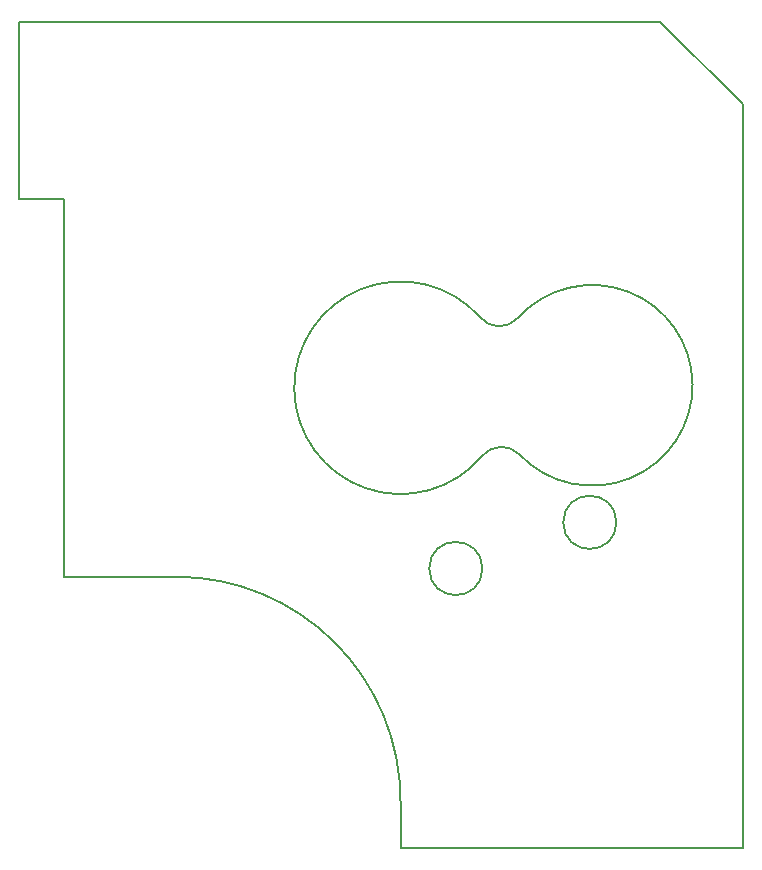
<source format=gbr>
G04 #@! TF.GenerationSoftware,KiCad,Pcbnew,5.1.6+dfsg1-1~bpo10+1*
G04 #@! TF.CreationDate,2021-06-19T16:41:40-04:00*
G04 #@! TF.ProjectId,RUSP_Daughterboard,52555350-5f44-4617-9567-68746572626f,rev?*
G04 #@! TF.SameCoordinates,Original*
G04 #@! TF.FileFunction,Profile,NP*
%FSLAX46Y46*%
G04 Gerber Fmt 4.6, Leading zero omitted, Abs format (unit mm)*
G04 Created by KiCad (PCBNEW 5.1.6+dfsg1-1~bpo10+1) date 2021-06-19 16:41:40*
%MOMM*%
%LPD*%
G01*
G04 APERTURE LIST*
G04 #@! TA.AperFunction,Profile*
%ADD10C,0.150000*%
G04 #@! TD*
G04 APERTURE END LIST*
D10*
X156921398Y-105755656D02*
G75*
G02*
X160065880Y-105651267I1618602J-1344344D01*
G01*
X160068323Y-105648946D02*
G75*
G03*
X159926065Y-94096483I6158677J5852946D01*
G01*
X159926065Y-94096483D02*
G75*
G02*
X156695000Y-93985000I-1569065J1402483D01*
G01*
X156920114Y-105754588D02*
G75*
G02*
X156695000Y-93985000I-6920114J5754588D01*
G01*
X168274000Y-111394000D02*
G75*
G03*
X168274000Y-111394000I-2250000J0D01*
G01*
X156928000Y-115301000D02*
G75*
G03*
X156928000Y-115301000I-2250000J0D01*
G01*
X131000000Y-116000000D02*
G75*
G02*
X150000000Y-135000000I0J-19000000D01*
G01*
X150000000Y-139000000D02*
X150000000Y-135000000D01*
X121500000Y-116000000D02*
X131000000Y-116000000D01*
X179000000Y-139000000D02*
X150000000Y-139000000D01*
X179000000Y-76000000D02*
X179000000Y-139000000D01*
X172000000Y-69000000D02*
X179000000Y-76000000D01*
X117700000Y-69000000D02*
X172000000Y-69000000D01*
X117700000Y-84000000D02*
X117700000Y-69000000D01*
X121500000Y-84000000D02*
X117700000Y-84000000D01*
X121500000Y-116000000D02*
X121500000Y-84000000D01*
M02*

</source>
